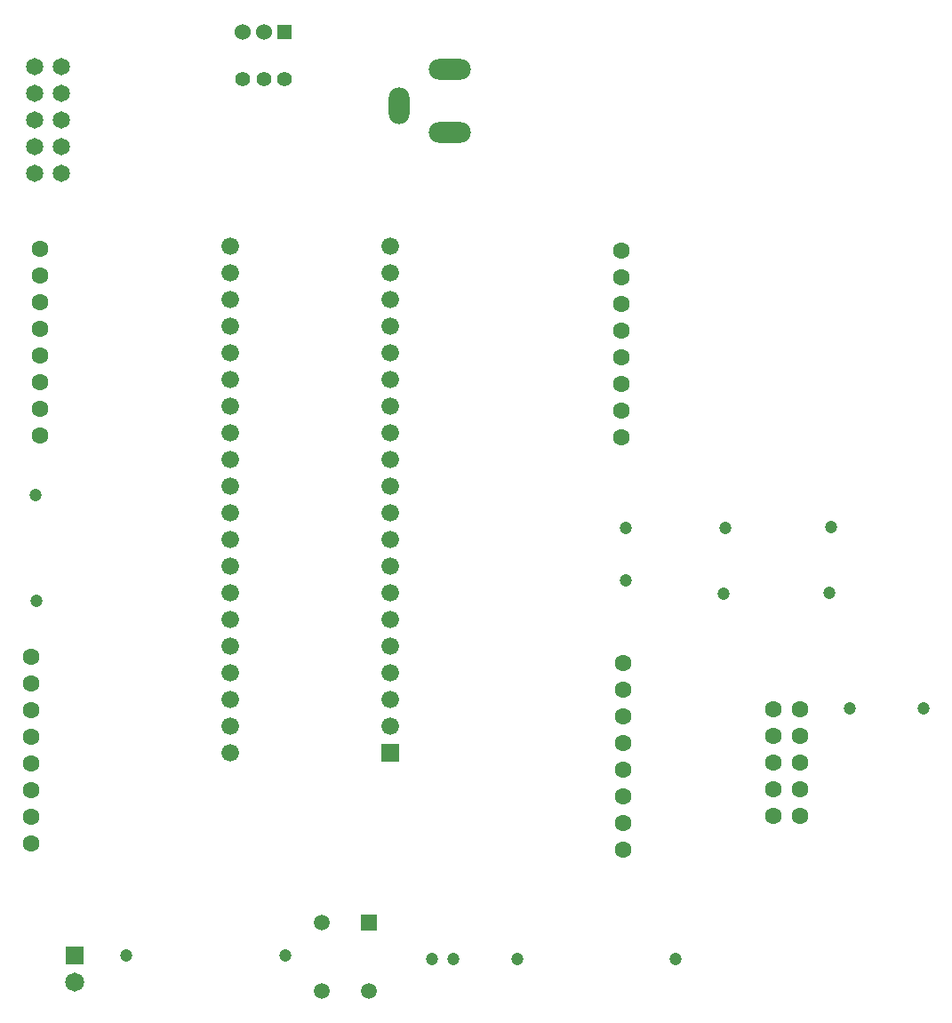
<source format=gbr>
%TF.GenerationSoftware,Altium Limited,Altium Designer,22.8.2 (66)*%
G04 Layer_Color=255*
%FSLAX45Y45*%
%MOMM*%
%TF.SameCoordinates,FB7AEFDD-F9D1-43F8-8D2B-1616BFC5D0C0*%
%TF.FilePolarity,Positive*%
%TF.FileFunction,Pads,Bot*%
%TF.Part,Single*%
G01*
G75*
%TA.AperFunction,ComponentPad*%
%ADD11C,1.20000*%
%ADD12C,1.60000*%
%ADD13O,4.00000X2.00000*%
%ADD14O,2.00000X3.50000*%
%ADD15C,1.67640*%
%ADD16R,1.67640X1.67640*%
%ADD17C,1.52400*%
%ADD18R,1.40000X1.40000*%
%ADD19C,1.40000*%
%ADD20C,1.65000*%
%ADD21C,1.49800*%
%ADD22R,1.49800X1.49800*%
%ADD23C,1.81500*%
%ADD24R,1.81500X1.81500*%
D11*
X15480000Y5600000D02*
D03*
X16180000D02*
D03*
X12310000Y3210000D02*
D03*
X13820000D02*
D03*
X7731900Y6622103D02*
D03*
X7721903Y7632098D02*
D03*
X15304602Y7327900D02*
D03*
X14294601Y7317903D02*
D03*
X15285898Y6702903D02*
D03*
X14275902Y6692900D02*
D03*
X11700000Y3210000D02*
D03*
X11500000D02*
D03*
X8590000Y3250000D02*
D03*
X10100000D02*
D03*
X13347701Y6819900D02*
D03*
Y7319899D02*
D03*
D12*
X15007877Y4827400D02*
D03*
Y4573400D02*
D03*
Y5081400D02*
D03*
Y5335400D02*
D03*
Y5589400D02*
D03*
X14753876Y4573400D02*
D03*
Y4827400D02*
D03*
Y5081400D02*
D03*
Y5335400D02*
D03*
Y5589400D02*
D03*
X13320000Y5774000D02*
D03*
Y5520000D02*
D03*
Y5266000D02*
D03*
Y5012000D02*
D03*
Y4758000D02*
D03*
Y4504000D02*
D03*
Y4250000D02*
D03*
Y6028000D02*
D03*
X7681100Y5835800D02*
D03*
Y5581800D02*
D03*
Y5327800D02*
D03*
Y5073800D02*
D03*
Y4819800D02*
D03*
Y4565800D02*
D03*
Y4311800D02*
D03*
Y6089800D02*
D03*
X13300000Y9708000D02*
D03*
Y9454000D02*
D03*
Y9200000D02*
D03*
Y8946000D02*
D03*
Y8692000D02*
D03*
Y8438000D02*
D03*
Y8184000D02*
D03*
Y9962000D02*
D03*
X7770000Y8452000D02*
D03*
Y8706000D02*
D03*
Y8960000D02*
D03*
Y9214000D02*
D03*
Y9468000D02*
D03*
Y9722000D02*
D03*
Y9976000D02*
D03*
Y8198000D02*
D03*
D13*
X11670000Y11690000D02*
D03*
Y11090001D02*
D03*
D14*
X11190001Y11339998D02*
D03*
D15*
X9576000Y5174000D02*
D03*
Y5428000D02*
D03*
Y5682000D02*
D03*
Y5936000D02*
D03*
Y6190000D02*
D03*
Y6444000D02*
D03*
Y6698000D02*
D03*
Y6952000D02*
D03*
Y7206000D02*
D03*
Y7460000D02*
D03*
Y7714000D02*
D03*
Y7968000D02*
D03*
Y8222000D02*
D03*
Y8476000D02*
D03*
Y8730000D02*
D03*
Y8984000D02*
D03*
Y9238000D02*
D03*
Y9492000D02*
D03*
Y9746000D02*
D03*
Y10000000D02*
D03*
X11100000D02*
D03*
Y9746000D02*
D03*
Y9492000D02*
D03*
Y9238000D02*
D03*
Y8984000D02*
D03*
Y8730000D02*
D03*
Y8476000D02*
D03*
Y8222000D02*
D03*
Y7968000D02*
D03*
Y7714000D02*
D03*
Y7460000D02*
D03*
Y7206000D02*
D03*
Y6952000D02*
D03*
Y6698000D02*
D03*
Y6444000D02*
D03*
Y6190000D02*
D03*
Y5936000D02*
D03*
Y5682000D02*
D03*
Y5428000D02*
D03*
D16*
Y5174000D02*
D03*
D17*
X9896200Y12042300D02*
D03*
X9696200D02*
D03*
D18*
X10096199D02*
D03*
D19*
Y11592298D02*
D03*
X9896200D02*
D03*
X9696200D02*
D03*
D20*
X7970000Y10694000D02*
D03*
X7716000D02*
D03*
X7970000Y10948000D02*
D03*
X7716000D02*
D03*
X7970000Y11202000D02*
D03*
X7716000D02*
D03*
Y11456000D02*
D03*
X7970000Y11710000D02*
D03*
X7716000D02*
D03*
X7970000Y11456000D02*
D03*
D21*
X10900002Y2909999D02*
D03*
X10450000D02*
D03*
Y3560000D02*
D03*
D22*
X10900002D02*
D03*
D23*
X8100000Y2993000D02*
D03*
D24*
Y3247000D02*
D03*
%TF.MD5,10e2a3dd5eac2e25c64dd94080c6a1d2*%
M02*

</source>
